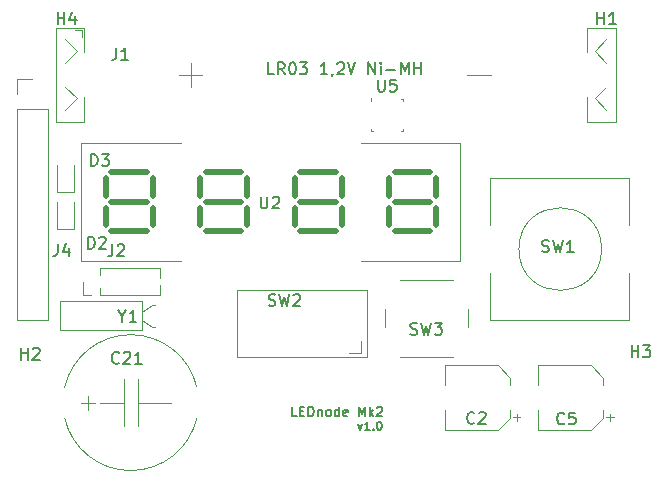
<source format=gbr>
%TF.GenerationSoftware,KiCad,Pcbnew,6.0.2-1.fc35*%
%TF.CreationDate,2022-05-08T19:10:54+02:00*%
%TF.ProjectId,LEDnode,4c45446e-6f64-4652-9e6b-696361645f70,rev?*%
%TF.SameCoordinates,Original*%
%TF.FileFunction,Legend,Top*%
%TF.FilePolarity,Positive*%
%FSLAX46Y46*%
G04 Gerber Fmt 4.6, Leading zero omitted, Abs format (unit mm)*
G04 Created by KiCad (PCBNEW 6.0.2-1.fc35) date 2022-05-08 19:10:54*
%MOMM*%
%LPD*%
G01*
G04 APERTURE LIST*
%ADD10C,0.150000*%
%ADD11C,0.120000*%
%ADD12C,0.500000*%
%ADD13C,0.100000*%
G04 APERTURE END LIST*
D10*
X105900000Y-103850000D02*
X106066666Y-104316666D01*
X106233333Y-103850000D01*
X106866666Y-104316666D02*
X106466666Y-104316666D01*
X106666666Y-104316666D02*
X106666666Y-103616666D01*
X106600000Y-103716666D01*
X106533333Y-103783333D01*
X106466666Y-103816666D01*
X107166666Y-104250000D02*
X107200000Y-104283333D01*
X107166666Y-104316666D01*
X107133333Y-104283333D01*
X107166666Y-104250000D01*
X107166666Y-104316666D01*
X107633333Y-103616666D02*
X107700000Y-103616666D01*
X107766666Y-103650000D01*
X107800000Y-103683333D01*
X107833333Y-103750000D01*
X107866666Y-103883333D01*
X107866666Y-104050000D01*
X107833333Y-104183333D01*
X107800000Y-104250000D01*
X107766666Y-104283333D01*
X107700000Y-104316666D01*
X107633333Y-104316666D01*
X107566666Y-104283333D01*
X107533333Y-104250000D01*
X107500000Y-104183333D01*
X107466666Y-104050000D01*
X107466666Y-103883333D01*
X107500000Y-103750000D01*
X107533333Y-103683333D01*
X107566666Y-103650000D01*
X107633333Y-103616666D01*
X100690476Y-103161904D02*
X100309523Y-103161904D01*
X100309523Y-102361904D01*
X100957142Y-102742857D02*
X101223809Y-102742857D01*
X101338095Y-103161904D02*
X100957142Y-103161904D01*
X100957142Y-102361904D01*
X101338095Y-102361904D01*
X101680952Y-103161904D02*
X101680952Y-102361904D01*
X101871428Y-102361904D01*
X101985714Y-102400000D01*
X102061904Y-102476190D01*
X102100000Y-102552380D01*
X102138095Y-102704761D01*
X102138095Y-102819047D01*
X102100000Y-102971428D01*
X102061904Y-103047619D01*
X101985714Y-103123809D01*
X101871428Y-103161904D01*
X101680952Y-103161904D01*
X102480952Y-102628571D02*
X102480952Y-103161904D01*
X102480952Y-102704761D02*
X102519047Y-102666666D01*
X102595238Y-102628571D01*
X102709523Y-102628571D01*
X102785714Y-102666666D01*
X102823809Y-102742857D01*
X102823809Y-103161904D01*
X103319047Y-103161904D02*
X103242857Y-103123809D01*
X103204761Y-103085714D01*
X103166666Y-103009523D01*
X103166666Y-102780952D01*
X103204761Y-102704761D01*
X103242857Y-102666666D01*
X103319047Y-102628571D01*
X103433333Y-102628571D01*
X103509523Y-102666666D01*
X103547619Y-102704761D01*
X103585714Y-102780952D01*
X103585714Y-103009523D01*
X103547619Y-103085714D01*
X103509523Y-103123809D01*
X103433333Y-103161904D01*
X103319047Y-103161904D01*
X104271428Y-103161904D02*
X104271428Y-102361904D01*
X104271428Y-103123809D02*
X104195238Y-103161904D01*
X104042857Y-103161904D01*
X103966666Y-103123809D01*
X103928571Y-103085714D01*
X103890476Y-103009523D01*
X103890476Y-102780952D01*
X103928571Y-102704761D01*
X103966666Y-102666666D01*
X104042857Y-102628571D01*
X104195238Y-102628571D01*
X104271428Y-102666666D01*
X104957142Y-103123809D02*
X104880952Y-103161904D01*
X104728571Y-103161904D01*
X104652380Y-103123809D01*
X104614285Y-103047619D01*
X104614285Y-102742857D01*
X104652380Y-102666666D01*
X104728571Y-102628571D01*
X104880952Y-102628571D01*
X104957142Y-102666666D01*
X104995238Y-102742857D01*
X104995238Y-102819047D01*
X104614285Y-102895238D01*
X105947619Y-103161904D02*
X105947619Y-102361904D01*
X106214285Y-102933333D01*
X106480952Y-102361904D01*
X106480952Y-103161904D01*
X106861904Y-103161904D02*
X106861904Y-102361904D01*
X106938095Y-102857142D02*
X107166666Y-103161904D01*
X107166666Y-102628571D02*
X106861904Y-102933333D01*
X107471428Y-102438095D02*
X107509523Y-102400000D01*
X107585714Y-102361904D01*
X107776190Y-102361904D01*
X107852380Y-102400000D01*
X107890476Y-102438095D01*
X107928571Y-102514285D01*
X107928571Y-102590476D01*
X107890476Y-102704761D01*
X107433333Y-103161904D01*
X107928571Y-103161904D01*
%TO.C,Y1*%
X85923809Y-94676190D02*
X85923809Y-95152380D01*
X85590476Y-94152380D02*
X85923809Y-94676190D01*
X86257142Y-94152380D01*
X87114285Y-95152380D02*
X86542857Y-95152380D01*
X86828571Y-95152380D02*
X86828571Y-94152380D01*
X86733333Y-94295238D01*
X86638095Y-94390476D01*
X86542857Y-94438095D01*
%TO.C,J1*%
X85416666Y-71952380D02*
X85416666Y-72666666D01*
X85369047Y-72809523D01*
X85273809Y-72904761D01*
X85130952Y-72952380D01*
X85035714Y-72952380D01*
X86416666Y-72952380D02*
X85845238Y-72952380D01*
X86130952Y-72952380D02*
X86130952Y-71952380D01*
X86035714Y-72095238D01*
X85940476Y-72190476D01*
X85845238Y-72238095D01*
X98750000Y-74202380D02*
X98273809Y-74202380D01*
X98273809Y-73202380D01*
X99654761Y-74202380D02*
X99321428Y-73726190D01*
X99083333Y-74202380D02*
X99083333Y-73202380D01*
X99464285Y-73202380D01*
X99559523Y-73250000D01*
X99607142Y-73297619D01*
X99654761Y-73392857D01*
X99654761Y-73535714D01*
X99607142Y-73630952D01*
X99559523Y-73678571D01*
X99464285Y-73726190D01*
X99083333Y-73726190D01*
X100273809Y-73202380D02*
X100369047Y-73202380D01*
X100464285Y-73250000D01*
X100511904Y-73297619D01*
X100559523Y-73392857D01*
X100607142Y-73583333D01*
X100607142Y-73821428D01*
X100559523Y-74011904D01*
X100511904Y-74107142D01*
X100464285Y-74154761D01*
X100369047Y-74202380D01*
X100273809Y-74202380D01*
X100178571Y-74154761D01*
X100130952Y-74107142D01*
X100083333Y-74011904D01*
X100035714Y-73821428D01*
X100035714Y-73583333D01*
X100083333Y-73392857D01*
X100130952Y-73297619D01*
X100178571Y-73250000D01*
X100273809Y-73202380D01*
X100940476Y-73202380D02*
X101559523Y-73202380D01*
X101226190Y-73583333D01*
X101369047Y-73583333D01*
X101464285Y-73630952D01*
X101511904Y-73678571D01*
X101559523Y-73773809D01*
X101559523Y-74011904D01*
X101511904Y-74107142D01*
X101464285Y-74154761D01*
X101369047Y-74202380D01*
X101083333Y-74202380D01*
X100988095Y-74154761D01*
X100940476Y-74107142D01*
X103273809Y-74202380D02*
X102702380Y-74202380D01*
X102988095Y-74202380D02*
X102988095Y-73202380D01*
X102892857Y-73345238D01*
X102797619Y-73440476D01*
X102702380Y-73488095D01*
X103750000Y-74154761D02*
X103750000Y-74202380D01*
X103702380Y-74297619D01*
X103654761Y-74345238D01*
X104130952Y-73297619D02*
X104178571Y-73250000D01*
X104273809Y-73202380D01*
X104511904Y-73202380D01*
X104607142Y-73250000D01*
X104654761Y-73297619D01*
X104702380Y-73392857D01*
X104702380Y-73488095D01*
X104654761Y-73630952D01*
X104083333Y-74202380D01*
X104702380Y-74202380D01*
X104988095Y-73202380D02*
X105321428Y-74202380D01*
X105654761Y-73202380D01*
X106750000Y-74202380D02*
X106750000Y-73202380D01*
X107321428Y-74202380D01*
X107321428Y-73202380D01*
X107797619Y-74202380D02*
X107797619Y-73535714D01*
X107797619Y-73202380D02*
X107750000Y-73250000D01*
X107797619Y-73297619D01*
X107845238Y-73250000D01*
X107797619Y-73202380D01*
X107797619Y-73297619D01*
X108273809Y-73821428D02*
X109035714Y-73821428D01*
X109511904Y-74202380D02*
X109511904Y-73202380D01*
X109845238Y-73916666D01*
X110178571Y-73202380D01*
X110178571Y-74202380D01*
X110654761Y-74202380D02*
X110654761Y-73202380D01*
X110654761Y-73678571D02*
X111226190Y-73678571D01*
X111226190Y-74202380D02*
X111226190Y-73202380D01*
%TO.C,SW1*%
X121466666Y-89204761D02*
X121609523Y-89252380D01*
X121847619Y-89252380D01*
X121942857Y-89204761D01*
X121990476Y-89157142D01*
X122038095Y-89061904D01*
X122038095Y-88966666D01*
X121990476Y-88871428D01*
X121942857Y-88823809D01*
X121847619Y-88776190D01*
X121657142Y-88728571D01*
X121561904Y-88680952D01*
X121514285Y-88633333D01*
X121466666Y-88538095D01*
X121466666Y-88442857D01*
X121514285Y-88347619D01*
X121561904Y-88300000D01*
X121657142Y-88252380D01*
X121895238Y-88252380D01*
X122038095Y-88300000D01*
X122371428Y-88252380D02*
X122609523Y-89252380D01*
X122800000Y-88538095D01*
X122990476Y-89252380D01*
X123228571Y-88252380D01*
X124133333Y-89252380D02*
X123561904Y-89252380D01*
X123847619Y-89252380D02*
X123847619Y-88252380D01*
X123752380Y-88395238D01*
X123657142Y-88490476D01*
X123561904Y-88538095D01*
%TO.C,H4*%
X80438095Y-69952380D02*
X80438095Y-68952380D01*
X80438095Y-69428571D02*
X81009523Y-69428571D01*
X81009523Y-69952380D02*
X81009523Y-68952380D01*
X81914285Y-69285714D02*
X81914285Y-69952380D01*
X81676190Y-68904761D02*
X81438095Y-69619047D01*
X82057142Y-69619047D01*
%TO.C,C5*%
X123343333Y-103757142D02*
X123295714Y-103804761D01*
X123152857Y-103852380D01*
X123057619Y-103852380D01*
X122914761Y-103804761D01*
X122819523Y-103709523D01*
X122771904Y-103614285D01*
X122724285Y-103423809D01*
X122724285Y-103280952D01*
X122771904Y-103090476D01*
X122819523Y-102995238D01*
X122914761Y-102900000D01*
X123057619Y-102852380D01*
X123152857Y-102852380D01*
X123295714Y-102900000D01*
X123343333Y-102947619D01*
X124248095Y-102852380D02*
X123771904Y-102852380D01*
X123724285Y-103328571D01*
X123771904Y-103280952D01*
X123867142Y-103233333D01*
X124105238Y-103233333D01*
X124200476Y-103280952D01*
X124248095Y-103328571D01*
X124295714Y-103423809D01*
X124295714Y-103661904D01*
X124248095Y-103757142D01*
X124200476Y-103804761D01*
X124105238Y-103852380D01*
X123867142Y-103852380D01*
X123771904Y-103804761D01*
X123724285Y-103757142D01*
%TO.C,C21*%
X85657142Y-98607142D02*
X85609523Y-98654761D01*
X85466666Y-98702380D01*
X85371428Y-98702380D01*
X85228571Y-98654761D01*
X85133333Y-98559523D01*
X85085714Y-98464285D01*
X85038095Y-98273809D01*
X85038095Y-98130952D01*
X85085714Y-97940476D01*
X85133333Y-97845238D01*
X85228571Y-97750000D01*
X85371428Y-97702380D01*
X85466666Y-97702380D01*
X85609523Y-97750000D01*
X85657142Y-97797619D01*
X86038095Y-97797619D02*
X86085714Y-97750000D01*
X86180952Y-97702380D01*
X86419047Y-97702380D01*
X86514285Y-97750000D01*
X86561904Y-97797619D01*
X86609523Y-97892857D01*
X86609523Y-97988095D01*
X86561904Y-98130952D01*
X85990476Y-98702380D01*
X86609523Y-98702380D01*
X87561904Y-98702380D02*
X86990476Y-98702380D01*
X87276190Y-98702380D02*
X87276190Y-97702380D01*
X87180952Y-97845238D01*
X87085714Y-97940476D01*
X86990476Y-97988095D01*
%TO.C,H3*%
X129038095Y-98152380D02*
X129038095Y-97152380D01*
X129038095Y-97628571D02*
X129609523Y-97628571D01*
X129609523Y-98152380D02*
X129609523Y-97152380D01*
X129990476Y-97152380D02*
X130609523Y-97152380D01*
X130276190Y-97533333D01*
X130419047Y-97533333D01*
X130514285Y-97580952D01*
X130561904Y-97628571D01*
X130609523Y-97723809D01*
X130609523Y-97961904D01*
X130561904Y-98057142D01*
X130514285Y-98104761D01*
X130419047Y-98152380D01*
X130133333Y-98152380D01*
X130038095Y-98104761D01*
X129990476Y-98057142D01*
%TO.C,SW2*%
X98308630Y-93766190D02*
X98451487Y-93813809D01*
X98689583Y-93813809D01*
X98784821Y-93766190D01*
X98832440Y-93718571D01*
X98880059Y-93623333D01*
X98880059Y-93528095D01*
X98832440Y-93432857D01*
X98784821Y-93385238D01*
X98689583Y-93337619D01*
X98499106Y-93290000D01*
X98403868Y-93242381D01*
X98356249Y-93194762D01*
X98308630Y-93099524D01*
X98308630Y-93004286D01*
X98356249Y-92909048D01*
X98403868Y-92861429D01*
X98499106Y-92813809D01*
X98737202Y-92813809D01*
X98880059Y-92861429D01*
X99213392Y-92813809D02*
X99451487Y-93813809D01*
X99641964Y-93099524D01*
X99832440Y-93813809D01*
X100070535Y-92813809D01*
X100403868Y-92909048D02*
X100451487Y-92861429D01*
X100546725Y-92813809D01*
X100784821Y-92813809D01*
X100880059Y-92861429D01*
X100927678Y-92909048D01*
X100975297Y-93004286D01*
X100975297Y-93099524D01*
X100927678Y-93242381D01*
X100356249Y-93813809D01*
X100975297Y-93813809D01*
%TO.C,C2*%
X115733333Y-103707142D02*
X115685714Y-103754761D01*
X115542857Y-103802380D01*
X115447619Y-103802380D01*
X115304761Y-103754761D01*
X115209523Y-103659523D01*
X115161904Y-103564285D01*
X115114285Y-103373809D01*
X115114285Y-103230952D01*
X115161904Y-103040476D01*
X115209523Y-102945238D01*
X115304761Y-102850000D01*
X115447619Y-102802380D01*
X115542857Y-102802380D01*
X115685714Y-102850000D01*
X115733333Y-102897619D01*
X116114285Y-102897619D02*
X116161904Y-102850000D01*
X116257142Y-102802380D01*
X116495238Y-102802380D01*
X116590476Y-102850000D01*
X116638095Y-102897619D01*
X116685714Y-102992857D01*
X116685714Y-103088095D01*
X116638095Y-103230952D01*
X116066666Y-103802380D01*
X116685714Y-103802380D01*
%TO.C,SW3*%
X110316666Y-96204761D02*
X110459523Y-96252380D01*
X110697619Y-96252380D01*
X110792857Y-96204761D01*
X110840476Y-96157142D01*
X110888095Y-96061904D01*
X110888095Y-95966666D01*
X110840476Y-95871428D01*
X110792857Y-95823809D01*
X110697619Y-95776190D01*
X110507142Y-95728571D01*
X110411904Y-95680952D01*
X110364285Y-95633333D01*
X110316666Y-95538095D01*
X110316666Y-95442857D01*
X110364285Y-95347619D01*
X110411904Y-95300000D01*
X110507142Y-95252380D01*
X110745238Y-95252380D01*
X110888095Y-95300000D01*
X111221428Y-95252380D02*
X111459523Y-96252380D01*
X111650000Y-95538095D01*
X111840476Y-96252380D01*
X112078571Y-95252380D01*
X112364285Y-95252380D02*
X112983333Y-95252380D01*
X112650000Y-95633333D01*
X112792857Y-95633333D01*
X112888095Y-95680952D01*
X112935714Y-95728571D01*
X112983333Y-95823809D01*
X112983333Y-96061904D01*
X112935714Y-96157142D01*
X112888095Y-96204761D01*
X112792857Y-96252380D01*
X112507142Y-96252380D01*
X112411904Y-96204761D01*
X112364285Y-96157142D01*
%TO.C,H1*%
X126138095Y-69952380D02*
X126138095Y-68952380D01*
X126138095Y-69428571D02*
X126709523Y-69428571D01*
X126709523Y-69952380D02*
X126709523Y-68952380D01*
X127709523Y-69952380D02*
X127138095Y-69952380D01*
X127423809Y-69952380D02*
X127423809Y-68952380D01*
X127328571Y-69095238D01*
X127233333Y-69190476D01*
X127138095Y-69238095D01*
%TO.C,J4*%
X80466666Y-88552380D02*
X80466666Y-89266666D01*
X80419047Y-89409523D01*
X80323809Y-89504761D01*
X80180952Y-89552380D01*
X80085714Y-89552380D01*
X81371428Y-88885714D02*
X81371428Y-89552380D01*
X81133333Y-88504761D02*
X80895238Y-89219047D01*
X81514285Y-89219047D01*
%TO.C,U2*%
X97638095Y-84552380D02*
X97638095Y-85361904D01*
X97685714Y-85457142D01*
X97733333Y-85504761D01*
X97828571Y-85552380D01*
X98019047Y-85552380D01*
X98114285Y-85504761D01*
X98161904Y-85457142D01*
X98209523Y-85361904D01*
X98209523Y-84552380D01*
X98638095Y-84647619D02*
X98685714Y-84600000D01*
X98780952Y-84552380D01*
X99019047Y-84552380D01*
X99114285Y-84600000D01*
X99161904Y-84647619D01*
X99209523Y-84742857D01*
X99209523Y-84838095D01*
X99161904Y-84980952D01*
X98590476Y-85552380D01*
X99209523Y-85552380D01*
%TO.C,J2*%
X85086666Y-88602380D02*
X85086666Y-89316666D01*
X85039047Y-89459523D01*
X84943809Y-89554761D01*
X84800952Y-89602380D01*
X84705714Y-89602380D01*
X85515238Y-88697619D02*
X85562857Y-88650000D01*
X85658095Y-88602380D01*
X85896190Y-88602380D01*
X85991428Y-88650000D01*
X86039047Y-88697619D01*
X86086666Y-88792857D01*
X86086666Y-88888095D01*
X86039047Y-89030952D01*
X85467619Y-89602380D01*
X86086666Y-89602380D01*
%TO.C,D3*%
X83261904Y-81952380D02*
X83261904Y-80952380D01*
X83500000Y-80952380D01*
X83642857Y-81000000D01*
X83738095Y-81095238D01*
X83785714Y-81190476D01*
X83833333Y-81380952D01*
X83833333Y-81523809D01*
X83785714Y-81714285D01*
X83738095Y-81809523D01*
X83642857Y-81904761D01*
X83500000Y-81952380D01*
X83261904Y-81952380D01*
X84166666Y-80952380D02*
X84785714Y-80952380D01*
X84452380Y-81333333D01*
X84595238Y-81333333D01*
X84690476Y-81380952D01*
X84738095Y-81428571D01*
X84785714Y-81523809D01*
X84785714Y-81761904D01*
X84738095Y-81857142D01*
X84690476Y-81904761D01*
X84595238Y-81952380D01*
X84309523Y-81952380D01*
X84214285Y-81904761D01*
X84166666Y-81857142D01*
%TO.C,U5*%
X107565106Y-74662380D02*
X107565106Y-75471904D01*
X107612725Y-75567142D01*
X107660344Y-75614761D01*
X107755582Y-75662380D01*
X107946058Y-75662380D01*
X108041296Y-75614761D01*
X108088915Y-75567142D01*
X108136534Y-75471904D01*
X108136534Y-74662380D01*
X109088915Y-74662380D02*
X108612725Y-74662380D01*
X108565106Y-75138571D01*
X108612725Y-75090952D01*
X108707963Y-75043333D01*
X108946058Y-75043333D01*
X109041296Y-75090952D01*
X109088915Y-75138571D01*
X109136534Y-75233809D01*
X109136534Y-75471904D01*
X109088915Y-75567142D01*
X109041296Y-75614761D01*
X108946058Y-75662380D01*
X108707963Y-75662380D01*
X108612725Y-75614761D01*
X108565106Y-75567142D01*
%TO.C,H2*%
X77338095Y-98352380D02*
X77338095Y-97352380D01*
X77338095Y-97828571D02*
X77909523Y-97828571D01*
X77909523Y-98352380D02*
X77909523Y-97352380D01*
X78338095Y-97447619D02*
X78385714Y-97400000D01*
X78480952Y-97352380D01*
X78719047Y-97352380D01*
X78814285Y-97400000D01*
X78861904Y-97447619D01*
X78909523Y-97542857D01*
X78909523Y-97638095D01*
X78861904Y-97780952D01*
X78290476Y-98352380D01*
X78909523Y-98352380D01*
%TO.C,D2*%
X83011904Y-88952380D02*
X83011904Y-87952380D01*
X83250000Y-87952380D01*
X83392857Y-88000000D01*
X83488095Y-88095238D01*
X83535714Y-88190476D01*
X83583333Y-88380952D01*
X83583333Y-88523809D01*
X83535714Y-88714285D01*
X83488095Y-88809523D01*
X83392857Y-88904761D01*
X83250000Y-88952380D01*
X83011904Y-88952380D01*
X83964285Y-88047619D02*
X84011904Y-88000000D01*
X84107142Y-87952380D01*
X84345238Y-87952380D01*
X84440476Y-88000000D01*
X84488095Y-88047619D01*
X84535714Y-88142857D01*
X84535714Y-88238095D01*
X84488095Y-88380952D01*
X83916666Y-88952380D01*
X84535714Y-88952380D01*
D11*
%TO.C,Y1*%
X88450000Y-93700000D02*
X88650000Y-93700000D01*
X88450000Y-95600000D02*
X88650000Y-95600000D01*
X80650000Y-93420000D02*
X80650000Y-95880000D01*
X87550000Y-93420000D02*
X80650000Y-93420000D01*
X87550000Y-95880000D02*
X87550000Y-93420000D01*
X87550000Y-95000000D02*
X88450000Y-95600000D01*
X80650000Y-95880000D02*
X87550000Y-95880000D01*
X87550000Y-94300000D02*
X88450000Y-93700000D01*
%TO.C,J1*%
X82500000Y-70450000D02*
X82500000Y-71050000D01*
X82100000Y-76250000D02*
X81100000Y-77250000D01*
X91700000Y-73250000D02*
X91700000Y-75250000D01*
X81100000Y-71250000D02*
X82100000Y-72250000D01*
X125900000Y-76250000D02*
X126900000Y-75250000D01*
X125300000Y-76155000D02*
X125300000Y-78250000D01*
X82700000Y-76155000D02*
X82700000Y-78250000D01*
X82700000Y-72345000D02*
X82700000Y-70250000D01*
X81900000Y-70450000D02*
X82500000Y-70450000D01*
X126900000Y-77250000D02*
X125900000Y-76250000D01*
X125300000Y-70250000D02*
X127700000Y-70250000D01*
X127700000Y-70250000D02*
X127700000Y-78250000D01*
X125300000Y-72345000D02*
X125300000Y-70250000D01*
X82100000Y-72250000D02*
X81100000Y-73250000D01*
X125900000Y-72250000D02*
X126900000Y-71250000D01*
X126900000Y-73250000D02*
X125900000Y-72250000D01*
X81100000Y-75250000D02*
X82100000Y-76250000D01*
X127700000Y-78250000D02*
X125300000Y-78250000D01*
X82700000Y-70250000D02*
X80300000Y-70250000D01*
X80300000Y-70250000D02*
X80300000Y-78250000D01*
X90700000Y-74250000D02*
X92700000Y-74250000D01*
X80300000Y-78250000D02*
X82700000Y-78250000D01*
X115100000Y-74250000D02*
X117100000Y-74250000D01*
%TO.C,SW1*%
X128850000Y-83000000D02*
X128850000Y-87000000D01*
X117050000Y-83000000D02*
X117050000Y-87000000D01*
X117050000Y-91000000D02*
X117050000Y-95000000D01*
X117050000Y-95000000D02*
X128850000Y-95000000D01*
X128850000Y-91000000D02*
X128850000Y-95000000D01*
X117050000Y-83000000D02*
X128850000Y-83000000D01*
X126500000Y-89000000D02*
G75*
G03*
X126500000Y-89000000I-3500000J0D01*
G01*
%TO.C,C5*%
X126660000Y-103265563D02*
X125595563Y-104330000D01*
X126660000Y-99874437D02*
X126660000Y-100510000D01*
X121140000Y-98810000D02*
X121140000Y-100510000D01*
X125595563Y-104330000D02*
X121140000Y-104330000D01*
X126660000Y-103265563D02*
X126660000Y-102630000D01*
X126660000Y-99874437D02*
X125595563Y-98810000D01*
X127212500Y-103567500D02*
X127212500Y-102942500D01*
X127525000Y-103255000D02*
X126900000Y-103255000D01*
X121140000Y-104330000D02*
X121140000Y-102630000D01*
X125595563Y-98810000D02*
X121140000Y-98810000D01*
%TO.C,C21*%
X86032500Y-102000000D02*
X84032500Y-102000000D01*
X83032500Y-101400000D02*
X83032500Y-102600000D01*
X87232500Y-100000000D02*
X87232500Y-104000000D01*
X86032500Y-100000000D02*
X86032500Y-104000000D01*
X87232500Y-102000000D02*
X90032500Y-102000000D01*
X82432500Y-102000000D02*
X83632500Y-102000000D01*
X92232500Y-100700000D02*
G75*
G03*
X81032500Y-100700000I-5600000J-1295044D01*
G01*
X81032500Y-103300000D02*
G75*
G03*
X92232500Y-103300000I5600000J1295044D01*
G01*
%TO.C,SW2*%
X106100000Y-96800000D02*
X106100000Y-97800000D01*
X95600000Y-92500000D02*
X106600000Y-92500000D01*
X106600000Y-98100000D02*
X106600000Y-92500000D01*
X106100000Y-97800000D02*
X105100000Y-97800000D01*
X95600000Y-98100000D02*
X106600000Y-98100000D01*
X95600000Y-92500000D02*
X95600000Y-98100000D01*
%TO.C,C2*%
X118760000Y-99874437D02*
X118760000Y-100510000D01*
X117695563Y-98810000D02*
X113240000Y-98810000D01*
X118760000Y-103265563D02*
X117695563Y-104330000D01*
X113240000Y-98810000D02*
X113240000Y-100510000D01*
X118760000Y-99874437D02*
X117695563Y-98810000D01*
X113240000Y-104330000D02*
X113240000Y-102630000D01*
X119625000Y-103255000D02*
X119000000Y-103255000D01*
X117695563Y-104330000D02*
X113240000Y-104330000D01*
X119312500Y-103567500D02*
X119312500Y-102942500D01*
X118760000Y-103265563D02*
X118760000Y-102630000D01*
%TO.C,SW3*%
X115150000Y-95600000D02*
X115150000Y-94100000D01*
X113900000Y-91600000D02*
X109400000Y-91600000D01*
X108150000Y-94100000D02*
X108150000Y-95600000D01*
X109400000Y-98100000D02*
X113900000Y-98100000D01*
%TO.C,J4*%
X76970000Y-75900000D02*
X76970000Y-74570000D01*
X76970000Y-74570000D02*
X78300000Y-74570000D01*
X76970000Y-95010000D02*
X79630000Y-95010000D01*
X76970000Y-77170000D02*
X79630000Y-77170000D01*
X79630000Y-77170000D02*
X79630000Y-95010000D01*
X76970000Y-77170000D02*
X76970000Y-95010000D01*
D12*
%TO.C,U2*%
X84500000Y-83000000D02*
X84500000Y-84500000D01*
D11*
X106120000Y-90000000D02*
X114550000Y-90000000D01*
D12*
X109000000Y-85000000D02*
X112000000Y-85000000D01*
X85000000Y-85000000D02*
X88000000Y-85000000D01*
X101000000Y-85000000D02*
X104000000Y-85000000D01*
X100500000Y-85500000D02*
X100500000Y-87000000D01*
D11*
X114550000Y-80000000D02*
X114550000Y-90000000D01*
D12*
X112500000Y-85500000D02*
X112500000Y-87000000D01*
X108500000Y-83000000D02*
X108500000Y-84500000D01*
D11*
X82450000Y-90000000D02*
X82450000Y-80000000D01*
D12*
X93000000Y-85000000D02*
X96000000Y-85000000D01*
X109000000Y-82500000D02*
X112000000Y-82500000D01*
X93000000Y-82500000D02*
X96000000Y-82500000D01*
X112500000Y-83000000D02*
X112500000Y-84500000D01*
X92500000Y-85500000D02*
X92500000Y-87000000D01*
X108500000Y-85500000D02*
X108500000Y-87000000D01*
D11*
X106120000Y-80000000D02*
X114550000Y-80000000D01*
D12*
X88500000Y-85500000D02*
X88500000Y-87000000D01*
X96500000Y-83000000D02*
X96500000Y-84500000D01*
X92500000Y-83000000D02*
X92500000Y-84500000D01*
X93000000Y-87500000D02*
X96000000Y-87500000D01*
X104500000Y-85500000D02*
X104500000Y-87000000D01*
X101000000Y-87500000D02*
X104000000Y-87500000D01*
D11*
X90880000Y-80000000D02*
X82450000Y-80000000D01*
D12*
X96500000Y-85500000D02*
X96500000Y-87000000D01*
X109000000Y-87500000D02*
X112000000Y-87500000D01*
X104500000Y-83000000D02*
X104500000Y-84500000D01*
X101000000Y-82500000D02*
X104000000Y-82500000D01*
X88500000Y-83000000D02*
X88500000Y-84500000D01*
X84500000Y-85500000D02*
X84500000Y-87000000D01*
X85000000Y-82500000D02*
X88000000Y-82500000D01*
X100500000Y-83000000D02*
X100500000Y-84500000D01*
D11*
X90880000Y-90000000D02*
X82450000Y-90000000D01*
D12*
X85000000Y-87500000D02*
X88000000Y-87500000D01*
D11*
%TO.C,J2*%
X84070000Y-91186529D02*
X84070000Y-90640000D01*
X83310000Y-92860000D02*
X82550000Y-92860000D01*
X84070000Y-92860000D02*
X89085000Y-92860000D01*
X82550000Y-92860000D02*
X82550000Y-91750000D01*
X89085000Y-91442470D02*
X89085000Y-90640000D01*
X89085000Y-92860000D02*
X89085000Y-92057530D01*
X84070000Y-90640000D02*
X89085000Y-90640000D01*
X84070000Y-92860000D02*
X84070000Y-92313471D01*
%TO.C,D3*%
X80365000Y-84172500D02*
X81835000Y-84172500D01*
X81835000Y-84172500D02*
X81835000Y-81887500D01*
X80365000Y-81887500D02*
X80365000Y-84172500D01*
D13*
%TO.C,U5*%
X106962011Y-79035000D02*
X107112011Y-79035000D01*
X106962011Y-76475000D02*
X106962011Y-76225000D01*
X109662011Y-76325000D02*
X109662011Y-76475000D01*
X106962011Y-79025000D02*
X106962011Y-78875000D01*
X109662011Y-79025000D02*
X109512011Y-79025000D01*
X109662011Y-79025000D02*
X109662011Y-78875000D01*
X109512011Y-76325000D02*
X109662011Y-76325000D01*
D11*
%TO.C,D2*%
X81835000Y-87272500D02*
X81835000Y-84987500D01*
X80365000Y-84987500D02*
X80365000Y-87272500D01*
X80365000Y-87272500D02*
X81835000Y-87272500D01*
%TD*%
M02*

</source>
